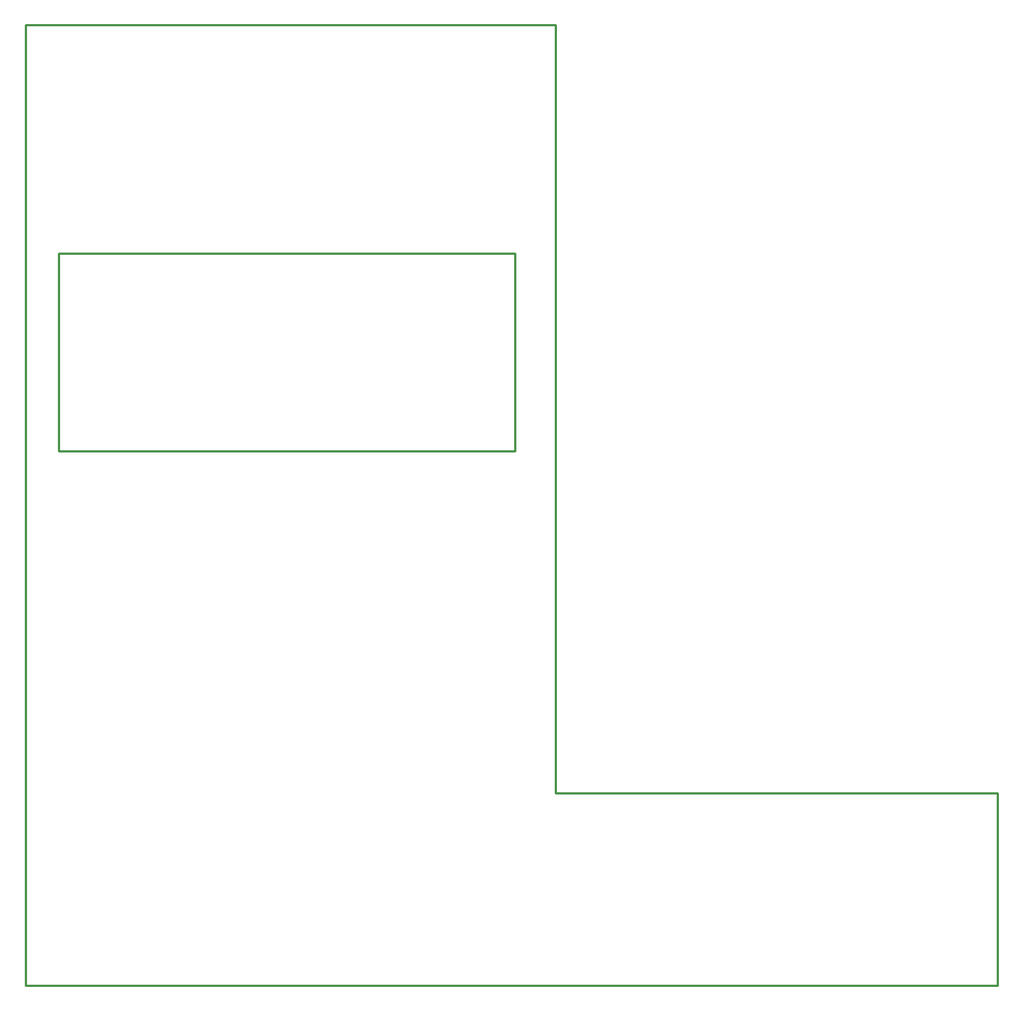
<source format=gko>
G04 Layer: BoardOutlineLayer*
G04 EasyEDA v6.5.29, 2023-07-18 10:18:03*
G04 90495d7994f342159c24a82f0dd90fb3,5a6b42c53f6a479593ecc07194224c93,10*
G04 Gerber Generator version 0.2*
G04 Scale: 100 percent, Rotated: No, Reflected: No *
G04 Dimensions in millimeters *
G04 leading zeros omitted , absolute positions ,4 integer and 5 decimal *
%FSLAX45Y45*%
%MOMM*%

%ADD10C,0.2540*%
D10*
X127000Y11633177D02*
G01*
X6095987Y11633177D01*
X6095987Y2984494D01*
X11074377Y2984494D01*
X11074377Y812797D01*
X127000Y812797D01*
X127000Y11633177D01*
X498904Y9060705D02*
G01*
X498904Y6838205D01*
X498904Y6838205D02*
G01*
X5642404Y6838205D01*
X5642404Y6838205D02*
G01*
X5642404Y9060705D01*
X5642404Y9060705D02*
G01*
X498904Y9060705D01*

%LPD*%
M02*

</source>
